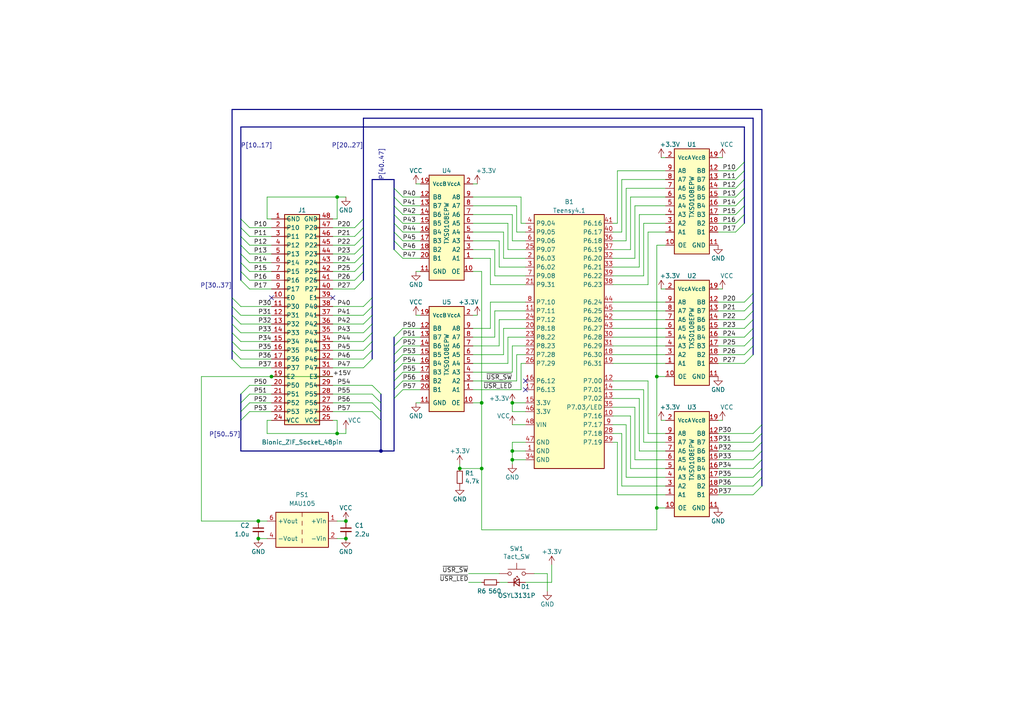
<source format=kicad_sch>
(kicad_sch (version 20230121) (generator eeschema)
  (paper "A4")
  (title_block (title "BionicBase Teensy 4.1 (SMD)") (date "2023-11-26") (rev "5") (company "Tadashi G. Takaoka"))
  (lib_symbols
    (symbol "+3.3V_1" (power) (pin_names (offset 0))
      (property "Value" "+3.3V_1" (at 0 3.556 0))
      (symbol "+3.3V_1_0_1"
        (polyline (pts (xy -0.762 1.27) (xy 0 2.54)))
        (polyline (pts (xy 0 0) (xy 0 2.54)))
        (polyline (pts (xy 0 2.54) (xy 0.762 1.27)))
      )
      (symbol "+3.3V_1_1_1"
        (pin power_in line (at 0 0 90) (length 0) hide (name "+3.3V") (number "1"))
      )
    )
    (symbol "0-LocalLibrary:Bionic_ZIF_Socket_48pin"
      (property "Reference" "J" (at 3.81 30.48 0))
      (property "Value" "Bionic_ZIF_Socket_48pin" (at 3.81 -33.02 0))
      (symbol "Bionic_ZIF_Socket_48pin_1_1"
        (rectangle (start -1.27 -30.353) (end 0 -30.607) (stroke (width 0.1524)))
        (rectangle (start -1.27 -27.813) (end 0 -28.067) (stroke (width 0.1524)))
        (rectangle (start -1.27 -25.273) (end 0 -25.527) (stroke (width 0.1524)))
        (rectangle (start -1.27 -22.733) (end 0 -22.987) (stroke (width 0.1524)))
        (rectangle (start -1.27 -20.193) (end 0 -20.447) (stroke (width 0.1524)))
        (rectangle (start -1.27 -17.653) (end 0 -17.907) (stroke (width 0.1524)))
        (rectangle (start -1.27 -15.113) (end 0 -15.367) (stroke (width 0.1524)))
        (rectangle (start -1.27 -12.573) (end 0 -12.827) (stroke (width 0.1524)))
        (rectangle (start -1.27 -10.033) (end 0 -10.287) (stroke (width 0.1524)))
        (rectangle (start -1.27 -7.493) (end 0 -7.747) (stroke (width 0.1524)))
        (rectangle (start -1.27 -4.953) (end 0 -5.207) (stroke (width 0.1524)))
        (rectangle (start -1.27 -2.413) (end 0 -2.667) (stroke (width 0.1524)))
        (rectangle (start -1.27 0.127) (end 0 -0.127) (stroke (width 0.1524)))
        (rectangle (start -1.27 2.667) (end 0 2.413) (stroke (width 0.1524)))
        (rectangle (start -1.27 5.207) (end 0 4.953) (stroke (width 0.1524)))
        (rectangle (start -1.27 7.747) (end 0 7.493) (stroke (width 0.1524)))
        (rectangle (start -1.27 10.287) (end 0 10.033) (stroke (width 0.1524)))
        (rectangle (start -1.27 12.827) (end 0 12.573) (stroke (width 0.1524)))
        (rectangle (start -1.27 15.367) (end 0 15.113) (stroke (width 0.1524)))
        (rectangle (start -1.27 17.907) (end 0 17.653) (stroke (width 0.1524)))
        (rectangle (start -1.27 20.447) (end 0 20.193) (stroke (width 0.1524)))
        (rectangle (start -1.27 22.987) (end 0 22.733) (stroke (width 0.1524)))
        (rectangle (start -1.27 25.527) (end 0 25.273) (stroke (width 0.1524)))
        (rectangle (start -1.27 28.067) (end 0 27.813) (stroke (width 0.1524)))
        (rectangle (start -1.27 29.21) (end 8.89 -31.75) (stroke (width 0.254)) (fill (type background)))
        (rectangle (start 8.89 -30.353) (end 7.62 -30.607) (stroke (width 0.1524)))
        (rectangle (start 8.89 -27.813) (end 7.62 -28.067) (stroke (width 0.1524)))
        (rectangle (start 8.89 -25.273) (end 7.62 -25.527) (stroke (width 0.1524)))
        (rectangle (start 8.89 -22.733) (end 7.62 -22.987) (stroke (width 0.1524)))
        (rectangle (start 8.89 -20.193) (end 7.62 -20.447) (stroke (width 0.1524)))
        (rectangle (start 8.89 -17.653) (end 7.62 -17.907) (stroke (width 0.1524)))
        (rectangle (start 8.89 -15.113) (end 7.62 -15.367) (stroke (width 0.1524)))
        (rectangle (start 8.89 -12.573) (end 7.62 -12.827) (stroke (width 0.1524)))
        (rectangle (start 8.89 -10.033) (end 7.62 -10.287) (stroke (width 0.1524)))
        (rectangle (start 8.89 -7.493) (end 7.62 -7.747) (stroke (width 0.1524)))
        (rectangle (start 8.89 -4.953) (end 7.62 -5.207) (stroke (width 0.1524)))
        (rectangle (start 8.89 -2.413) (end 7.62 -2.667) (stroke (width 0.1524)))
        (rectangle (start 8.89 0.127) (end 7.62 -0.127) (stroke (width 0.1524)))
        (rectangle (start 8.89 2.667) (end 7.62 2.413) (stroke (width 0.1524)))
        (rectangle (start 8.89 5.207) (end 7.62 4.953) (stroke (width 0.1524)))
        (rectangle (start 8.89 7.747) (end 7.62 7.493) (stroke (width 0.1524)))
        (rectangle (start 8.89 10.287) (end 7.62 10.033) (stroke (width 0.1524)))
        (rectangle (start 8.89 12.827) (end 7.62 12.573) (stroke (width 0.1524)))
        (rectangle (start 8.89 15.367) (end 7.62 15.113) (stroke (width 0.1524)))
        (rectangle (start 8.89 17.907) (end 7.62 17.653) (stroke (width 0.1524)))
        (rectangle (start 8.89 20.447) (end 7.62 20.193) (stroke (width 0.1524)))
        (rectangle (start 8.89 22.987) (end 7.62 22.733) (stroke (width 0.1524)))
        (rectangle (start 8.89 25.527) (end 7.62 25.273) (stroke (width 0.1524)))
        (rectangle (start 8.89 28.067) (end 7.62 27.813) (stroke (width 0.1524)))
        (pin passive line (at -5.08 27.94 0) (length 3.81) (name "GND") (number "1"))
        (pin passive line (at -5.08 5.08 0) (length 3.81) (name "E0") (number "10"))
        (pin passive line (at -5.08 2.54 0) (length 3.81) (name "P30") (number "11"))
        (pin passive line (at -5.08 0 0) (length 3.81) (name "P31") (number "12"))
        (pin passive line (at -5.08 -2.54 0) (length 3.81) (name "P32") (number "13"))
        (pin passive line (at -5.08 -5.08 0) (length 3.81) (name "P33") (number "14"))
        (pin passive line (at -5.08 -7.62 0) (length 3.81) (name "P34") (number "15"))
        (pin passive line (at -5.08 -10.16 0) (length 3.81) (name "P35") (number "16"))
        (pin passive line (at -5.08 -12.7 0) (length 3.81) (name "P36") (number "17"))
        (pin passive line (at -5.08 -15.24 0) (length 3.81) (name "P37") (number "18"))
        (pin passive line (at -5.08 -17.78 0) (length 3.81) (name "E2") (number "19"))
        (pin passive line (at -5.08 25.4 0) (length 3.81) (name "P10") (number "2"))
        (pin passive line (at -5.08 -20.32 0) (length 3.81) (name "P50") (number "20"))
        (pin passive line (at -5.08 -22.86 0) (length 3.81) (name "P51") (number "21"))
        (pin passive line (at -5.08 -25.4 0) (length 3.81) (name "P52") (number "22"))
        (pin passive line (at -5.08 -27.94 0) (length 3.81) (name "P53") (number "23"))
        (pin passive line (at -5.08 -30.48 0) (length 3.81) (name "VCC") (number "24"))
        (pin passive line (at 12.7 -30.48 180) (length 3.81) (name "VCC") (number "25"))
        (pin passive line (at 12.7 -27.94 180) (length 3.81) (name "P57") (number "26"))
        (pin passive line (at 12.7 -25.4 180) (length 3.81) (name "P56") (number "27"))
        (pin passive line (at 12.7 -22.86 180) (length 3.81) (name "P55") (number "28"))
        (pin passive line (at 12.7 -20.32 180) (length 3.81) (name "P54") (number "29"))
        (pin passive line (at -5.08 22.86 0) (length 3.81) (name "P11") (number "3"))
        (pin passive line (at 12.7 -17.78 180) (length 3.81) (name "E3") (number "30"))
        (pin passive line (at 12.7 -15.24 180) (length 3.81) (name "P47") (number "31"))
        (pin passive line (at 12.7 -12.7 180) (length 3.81) (name "P46") (number "32"))
        (pin passive line (at 12.7 -10.16 180) (length 3.81) (name "P45") (number "33"))
        (pin passive line (at 12.7 -7.62 180) (length 3.81) (name "P44") (number "34"))
        (pin passive line (at 12.7 -5.08 180) (length 3.81) (name "P43") (number "35"))
        (pin passive line (at 12.7 -2.54 180) (length 3.81) (name "P42") (number "36"))
        (pin passive line (at 12.7 0 180) (length 3.81) (name "P41") (number "37"))
        (pin passive line (at 12.7 2.54 180) (length 3.81) (name "P40") (number "38"))
        (pin passive line (at 12.7 5.08 180) (length 3.81) (name "E1") (number "39"))
        (pin passive line (at -5.08 20.32 0) (length 3.81) (name "P12") (number "4"))
        (pin passive line (at 12.7 7.62 180) (length 3.81) (name "P27") (number "40"))
        (pin passive line (at 12.7 10.16 180) (length 3.81) (name "P26") (number "41"))
        (pin passive line (at 12.7 12.7 180) (length 3.81) (name "P25") (number "42"))
        (pin passive line (at 12.7 15.24 180) (length 3.81) (name "P24") (number "43"))
        (pin passive line (at 12.7 17.78 180) (length 3.81) (name "P23") (number "44"))
        (pin passive line (at 12.7 20.32 180) (length 3.81) (name "P22") (number "45"))
        (pin passive line (at 12.7 22.86 180) (length 3.81) (name "P21") (number "46"))
        (pin passive line (at 12.7 25.4 180) (length 3.81) (name "P20") (number "47"))
        (pin passive line (at 12.7 27.94 180) (length 3.81) (name "GND") (number "48"))
        (pin passive line (at -5.08 17.78 0) (length 3.81) (name "P13") (number "5"))
        (pin passive line (at -5.08 15.24 0) (length 3.81) (name "P14") (number "6"))
        (pin passive line (at -5.08 12.7 0) (length 3.81) (name "P15") (number "7"))
        (pin passive line (at -5.08 10.16 0) (length 3.81) (name "P16") (number "8"))
        (pin passive line (at -5.08 7.62 0) (length 3.81) (name "P17") (number "9"))
      )
    )
    (symbol "0-LocalLibrary:MAU105"
      (property "Reference" "PS" (at -7.62 6.35 0))
      (property "Value" "MAU105" (at 1.27 6.35 0))
      (symbol "MAU105_0_0"
        (pin power_in line (at -10.16 2.54 0) (length 2.54) (name "+Vin") (number "1"))
        (pin power_in line (at -10.16 -2.54 0) (length 2.54) (name "-Vin") (number "2"))
        (pin passive line (at 10.16 -2.54 180) (length 2.54) (name "-Vout") (number "4"))
        (pin power_out line (at 10.16 2.54 180) (length 2.54) (name "+Vout") (number "6"))
      )
      (symbol "MAU105_0_1"
        (rectangle (start -7.62 5.08) (end 7.62 -5.08) (stroke (width 0.254)) (fill (type background)))
        (polyline (pts (xy 0 -2.54) (xy 0 -3.81)))
        (polyline (pts (xy 0 0) (xy 0 -1.27)))
        (polyline (pts (xy 0 2.54) (xy 0 1.27)))
        (polyline (pts (xy 0 5.08) (xy 0 3.81)))
      )
    )
    (symbol "0-LocalLibrary:TXS0108EPW" (pin_names (offset 1.016))
      (property "Reference" "U" (at 0 15.24 0))
      (property "Value" "TXS0108EPW" (at 0 0 90))
      (symbol "TXS0108EPW_1_0"
        (pin bidirectional line (at -7.62 -10.16 0) (length 2.54) (name "A1") (number "1"))
        (pin input line (at -7.62 -13.97 0) (length 2.54) (name "OE") (number "10"))
        (pin power_in line (at 7.62 -13.97 180) (length 2.54) (name "GND") (number "11"))
        (pin bidirectional line (at 7.62 7.62 180) (length 2.54) (name "B8") (number "12"))
        (pin bidirectional line (at 7.62 5.08 180) (length 2.54) (name "B7") (number "13"))
        (pin bidirectional line (at 7.62 2.54 180) (length 2.54) (name "B6") (number "14"))
        (pin bidirectional line (at 7.62 0 180) (length 2.54) (name "B5") (number "15"))
        (pin bidirectional line (at 7.62 -2.54 180) (length 2.54) (name "B4") (number "16"))
        (pin bidirectional line (at 7.62 -5.08 180) (length 2.54) (name "B3") (number "17"))
        (pin bidirectional line (at 7.62 -7.62 180) (length 2.54) (name "B2") (number "18"))
        (pin power_in line (at 7.62 11.43 180) (length 2.54) (name "VccB") (number "19"))
        (pin bidirectional line (at 7.62 -10.16 180) (length 2.54) (name "B1") (number "20"))
        (pin bidirectional line (at -7.62 -7.62 0) (length 2.54) (name "A2") (number "3"))
        (pin bidirectional line (at -7.62 -5.08 0) (length 2.54) (name "A3") (number "4"))
        (pin bidirectional line (at -7.62 -2.54 0) (length 2.54) (name "A4") (number "5"))
        (pin bidirectional line (at -7.62 0 0) (length 2.54) (name "A5") (number "6"))
        (pin bidirectional line (at -7.62 2.54 0) (length 2.54) (name "A6") (number "7"))
        (pin bidirectional line (at -7.62 5.08 0) (length 2.54) (name "A7") (number "8"))
        (pin bidirectional line (at -7.62 7.62 0) (length 2.54) (name "A8") (number "9"))
      )
      (symbol "TXS0108EPW_1_1"
        (rectangle (start 5.08 13.97) (end -5.08 -16.51) (stroke (width 0.254)) (fill (type background)))
        (pin power_in line (at -7.62 11.43 0) (length 2.54) (name "VccA") (number "2"))
      )
    )
    (symbol "0-LocalLibrary:Tact_SW" (pin_numbers hide) (pin_names (offset 1.016) hide)
      (property "Reference" "SW" (at 1.27 2.54 0))
      (property "Value" "Tact_SW" (at 0 -1.524 0))
      (symbol "Tact_SW_0_1"
        (circle (center -2.032 0) (radius 0.508))
        (polyline (pts (xy 0 1.27) (xy 0 3.048)))
        (polyline (pts (xy 2.54 1.27) (xy -2.54 1.27)))
        (circle (center 2.032 0) (radius 0.508))
        (pin passive line (at -5.08 0 0) (length 2.54) (name "1") (number "1"))
        (pin passive line (at 5.08 0 180) (length 2.54) (name "2") (number "2"))
      )
    )
    (symbol "0-LocalLibrary:Teensy4.1"
      (property "Reference" "B" (at -1.27 30.48 0))
      (property "Value" "Teensy4.1" (at -1.27 -8.89 90))
      (symbol "Teensy4.1_0_0"
        (pin power_in line (at -12.7 -24.13 0) (length 2.54) (name "3.3V") (number "15"))
        (pin bidirectional line (at -12.7 20.32 0) (length 2.54) (name "P9.07") (number "25"))
        (pin power_in line (at -12.7 -35.56 0) (length 2.54) (name "GND") (number "47"))
      )
      (symbol "Teensy4.1_0_1"
        (rectangle (start -10.16 -43.18) (end 10.16 30.48) (stroke (width 0.254)) (fill (type background)))
      )
      (symbol "Teensy4.1_1_1"
        (pin power_out line (at -12.7 -38.1 0) (length 2.54) (name "GND") (number "1"))
        (pin bidirectional line (at 12.7 -27.94 180) (length 2.54) (name "P7.16") (number "10"))
        (pin bidirectional line (at -12.7 2.54 0) (length 2.54) (name "P7.11") (number "11"))
        (pin bidirectional line (at 12.7 -17.78 180) (length 2.54) (name "P7.00") (number "12"))
        (pin bidirectional line (at 12.7 -22.86 180) (length 2.54) (name "P7.02") (number "13"))
        (pin bidirectional line (at 12.7 -20.32 180) (length 2.54) (name "P7.01") (number "14"))
        (pin bidirectional line (at -12.7 -17.78 0) (length 2.54) (name "P6.12") (number "16"))
        (pin bidirectional line (at -12.7 -20.32 0) (length 2.54) (name "P6.13") (number "17"))
        (pin bidirectional line (at 12.7 -10.16 180) (length 2.54) (name "P6.30") (number "18"))
        (pin bidirectional line (at 12.7 -12.7 180) (length 2.54) (name "P6.31") (number "19"))
        (pin bidirectional line (at -12.7 17.78 0) (length 2.54) (name "P6.03") (number "2"))
        (pin bidirectional line (at -12.7 -2.54 0) (length 2.54) (name "P8.18") (number "20"))
        (pin bidirectional line (at -12.7 10.16 0) (length 2.54) (name "P9.31") (number "21"))
        (pin bidirectional line (at -12.7 -7.62 0) (length 2.54) (name "P8.23") (number "22"))
        (pin bidirectional line (at -12.7 -5.08 0) (length 2.54) (name "P8.22") (number "23"))
        (pin bidirectional line (at -12.7 0 0) (length 2.54) (name "P7.12") (number "24"))
        (pin bidirectional line (at -12.7 -12.7 0) (length 2.54) (name "P7.29") (number "26"))
        (pin bidirectional line (at -12.7 -10.16 0) (length 2.54) (name "P7.28") (number "27"))
        (pin bidirectional line (at 12.7 -33.02 180) (length 2.54) (name "P7.18") (number "28"))
        (pin bidirectional line (at 12.7 -35.56 180) (length 2.54) (name "P7.19") (number "29"))
        (pin bidirectional line (at -12.7 15.24 0) (length 2.54) (name "P6.02") (number "3"))
        (pin bidirectional line (at 12.7 -5.08 180) (length 2.54) (name "P6.28") (number "30"))
        (pin bidirectional line (at 12.7 -7.62 180) (length 2.54) (name "P6.29") (number "31"))
        (pin bidirectional line (at 12.7 17.78 180) (length 2.54) (name "P6.20") (number "32"))
        (pin bidirectional line (at 12.7 15.24 180) (length 2.54) (name "P6.21") (number "33"))
        (pin power_in line (at -12.7 -40.64 0) (length 2.54) (name "GND") (number "34"))
        (pin bidirectional line (at 12.7 -25.4 180) (length 2.54) (name "P7.03/LED") (number "35"))
        (pin bidirectional line (at 12.7 22.86 180) (length 2.54) (name "P6.18") (number "36"))
        (pin bidirectional line (at 12.7 20.32 180) (length 2.54) (name "P6.19") (number "37"))
        (pin bidirectional line (at 12.7 10.16 180) (length 2.54) (name "P6.23") (number "38"))
        (pin bidirectional line (at 12.7 12.7 180) (length 2.54) (name "P6.22") (number "39"))
        (pin bidirectional line (at -12.7 27.94 0) (length 2.54) (name "P9.04") (number "4"))
        (pin bidirectional line (at 12.7 25.4 180) (length 2.54) (name "P6.17") (number "40"))
        (pin bidirectional line (at 12.7 27.94 180) (length 2.54) (name "P6.16") (number "41"))
        (pin bidirectional line (at 12.7 0 180) (length 2.54) (name "P6.26") (number "42"))
        (pin bidirectional line (at 12.7 -2.54 180) (length 2.54) (name "P6.27") (number "43"))
        (pin bidirectional line (at 12.7 5.08 180) (length 2.54) (name "P6.24") (number "44"))
        (pin bidirectional line (at 12.7 2.54 180) (length 2.54) (name "P6.25") (number "45"))
        (pin power_out line (at -12.7 -26.67 0) (length 2.54) (name "3.3V") (number "46"))
        (pin power_out line (at -12.7 -30.48 0) (length 2.54) (name "VIN") (number "48"))
        (pin bidirectional line (at -12.7 25.4 0) (length 2.54) (name "P9.05") (number "5"))
        (pin bidirectional line (at -12.7 22.86 0) (length 2.54) (name "P9.06") (number "6"))
        (pin bidirectional line (at -12.7 12.7 0) (length 2.54) (name "P9.08") (number "7"))
        (pin bidirectional line (at -12.7 5.08 0) (length 2.54) (name "P7.10") (number "8"))
        (pin bidirectional line (at 12.7 -30.48 180) (length 2.54) (name "P7.17") (number "9"))
      )
    )
    (symbol "Device:C_Small" (pin_numbers hide) (pin_names (offset 0.254) hide)
      (property "Reference" "C" (at 0.254 1.778 0))
      (property "Value" "C_Small" (at 0.254 -2.032 0))
      (symbol "C_Small_0_1"
        (polyline (pts (xy -1.524 -0.508) (xy 1.524 -0.508)) (stroke (width 0.3302)))
        (polyline (pts (xy -1.524 0.508) (xy 1.524 0.508)) (stroke (width 0.3048)))
      )
      (symbol "C_Small_1_1"
        (pin passive line (at 0 2.54 270) (length 2.032) (name "~") (number "1"))
        (pin passive line (at 0 -2.54 90) (length 2.032) (name "~") (number "2"))
      )
    )
    (symbol "Device:LED_Small" (pin_numbers hide) (pin_names (offset 0.254) hide)
      (property "Reference" "D" (at -1.27 3.175 0))
      (property "Value" "LED_Small" (at -4.445 -2.54 0))
      (symbol "LED_Small_0_1"
        (polyline (pts (xy -0.762 -1.016) (xy -0.762 1.016)) (stroke (width 0.254)))
        (polyline (pts (xy 1.016 0) (xy -0.762 0)))
        (polyline (pts (xy 0.762 -1.016) (xy -0.762 0) (xy 0.762 1.016) (xy 0.762 -1.016)) (stroke (width 0.254)))
        (polyline (pts (xy 0 0.762) (xy -0.508 1.27) (xy -0.254 1.27) (xy -0.508 1.27) (xy -0.508 1.016)))
        (polyline (pts (xy 0.508 1.27) (xy 0 1.778) (xy 0.254 1.778) (xy 0 1.778) (xy 0 1.524)))
      )
      (symbol "LED_Small_1_1"
        (pin passive line (at -2.54 0 0) (length 1.778) (name "K") (number "1"))
        (pin passive line (at 2.54 0 180) (length 1.778) (name "A") (number "2"))
      )
    )
    (symbol "Device:R_Small" (pin_numbers hide) (pin_names (offset 0.254) hide)
      (property "Reference" "R" (at 0.762 0.508 0))
      (property "Value" "R_Small" (at 0.762 -1.016 0))
      (symbol "R_Small_0_1"
        (rectangle (start -0.762 1.778) (end 0.762 -1.778) (stroke (width 0.2032)))
      )
      (symbol "R_Small_1_1"
        (pin passive line (at 0 2.54 270) (length 0.762) (name "~") (number "1"))
        (pin passive line (at 0 -2.54 90) (length 0.762) (name "~") (number "2"))
      )
    )
    (symbol "GND_1" (power) (pin_names (offset 0))
      (property "Value" "GND_1" (at 0 -3.81 0))
      (symbol "GND_1_0_1"
        (polyline (pts (xy 0 0) (xy 0 -1.27) (xy 1.27 -1.27) (xy 0 -2.54) (xy -1.27 -1.27) (xy 0 -1.27)))
      )
      (symbol "GND_1_1_1"
        (pin power_in line (at 0 0 270) (length 0) hide (name "GND") (number "1"))
      )
    )
    (symbol "VCC_1" (power) (pin_names (offset 0))
      (property "Value" "VCC_1" (at 0 3.81 0))
      (symbol "VCC_1_0_1"
        (polyline (pts (xy -0.762 1.27) (xy 0 2.54)))
        (polyline (pts (xy 0 0) (xy 0 2.54)))
        (polyline (pts (xy 0 2.54) (xy 0.762 1.27)))
      )
      (symbol "VCC_1_1_1"
        (pin power_in line (at 0 0 90) (length 0) hide (name "VCC") (number "1"))
      )
    )
  )
  (junction (at 139.7 135.89))
  (junction (at 97.79 125.73))
  (junction (at 148.59 116.84))
  (junction (at 139.7 116.84))
  (junction (at 100.33 151.13))
  (junction (at 78.74 109.22))
  (junction (at 74.93 156.21))
  (junction (at 133.35 135.89))
  (junction (at 148.59 133.35))
  (junction (at 97.79 57.15))
  (junction (at 100.33 156.21))
  (junction (at 74.93 151.13))
  (junction (at 148.59 130.81))
  (junction (at 190.5 109.22))
  (junction (at 110.49 130.81))
  (junction (at 190.5 147.32))
  (no_connect (at 96.52 86.36))
  (no_connect (at 78.74 86.36))
  (no_connect (at 152.4 110.49))
  (no_connect (at 152.4 113.03))
  (bus_entry (at 105.41 78.74) (size -2.54 2.54))
  (bus_entry (at 215.9 57.15) (size -2.54 2.54))
  (bus_entry (at 107.95 104.14) (size -2.54 2.54))
  (bus_entry (at 114.3 54.61) (size 2.54 2.54))
  (bus_entry (at 69.85 68.58) (size 2.54 2.54))
  (bus_entry (at 220.98 123.19) (size -2.54 2.54))
  (bus_entry (at 114.3 62.23) (size 2.54 2.54))
  (bus_entry (at 218.44 92.71) (size -2.54 2.54))
  (bus_entry (at 69.85 76.2) (size 2.54 2.54))
  (bus_entry (at 215.9 59.69) (size -2.54 2.54))
  (bus_entry (at 110.49 114.3) (size -2.54 -2.54))
  (bus_entry (at 105.41 76.2) (size -2.54 2.54))
  (bus_entry (at 107.95 86.36) (size -2.54 2.54))
  (bus_entry (at 215.9 54.61) (size -2.54 2.54))
  (bus_entry (at 114.3 57.15) (size 2.54 2.54))
  (bus_entry (at 107.95 101.6) (size -2.54 2.54))
  (bus_entry (at 69.85 121.92) (size 2.54 -2.54))
  (bus_entry (at 218.44 95.25) (size -2.54 2.54))
  (bus_entry (at 69.85 66.04) (size 2.54 2.54))
  (bus_entry (at 220.98 135.89) (size -2.54 2.54))
  (bus_entry (at 220.98 140.97) (size -2.54 2.54))
  (bus_entry (at 110.49 121.92) (size -2.54 -2.54))
  (bus_entry (at 215.9 52.07) (size -2.54 2.54))
  (bus_entry (at 110.49 119.38) (size -2.54 -2.54))
  (bus_entry (at 69.85 116.84) (size 2.54 -2.54))
  (bus_entry (at 105.41 66.04) (size -2.54 2.54))
  (bus_entry (at 105.41 68.58) (size -2.54 2.54))
  (bus_entry (at 114.3 100.33) (size 2.54 -2.54))
  (bus_entry (at 215.9 46.99) (size -2.54 2.54))
  (bus_entry (at 69.85 78.74) (size 2.54 2.54))
  (bus_entry (at 220.98 130.81) (size -2.54 2.54))
  (bus_entry (at 69.85 63.5) (size 2.54 2.54))
  (bus_entry (at 114.3 107.95) (size 2.54 -2.54))
  (bus_entry (at 107.95 88.9) (size -2.54 2.54))
  (bus_entry (at 218.44 90.17) (size -2.54 2.54))
  (bus_entry (at 220.98 128.27) (size -2.54 2.54))
  (bus_entry (at 220.98 125.73) (size -2.54 2.54))
  (bus_entry (at 114.3 97.79) (size 2.54 -2.54))
  (bus_entry (at 107.95 99.06) (size -2.54 2.54))
  (bus_entry (at 67.31 93.98) (size 2.54 2.54))
  (bus_entry (at 114.3 72.39) (size 2.54 2.54))
  (bus_entry (at 69.85 114.3) (size 2.54 -2.54))
  (bus_entry (at 69.85 119.38) (size 2.54 -2.54))
  (bus_entry (at 114.3 59.69) (size 2.54 2.54))
  (bus_entry (at 220.98 138.43) (size -2.54 2.54))
  (bus_entry (at 215.9 49.53) (size -2.54 2.54))
  (bus_entry (at 67.31 104.14) (size 2.54 2.54))
  (bus_entry (at 67.31 86.36) (size 2.54 2.54))
  (bus_entry (at 218.44 102.87) (size -2.54 2.54))
  (bus_entry (at 114.3 113.03) (size 2.54 -2.54))
  (bus_entry (at 110.49 116.84) (size -2.54 -2.54))
  (bus_entry (at 107.95 96.52) (size -2.54 2.54))
  (bus_entry (at 105.41 73.66) (size -2.54 2.54))
  (bus_entry (at 67.31 96.52) (size 2.54 2.54))
  (bus_entry (at 218.44 100.33) (size -2.54 2.54))
  (bus_entry (at 114.3 115.57) (size 2.54 -2.54))
  (bus_entry (at 114.3 102.87) (size 2.54 -2.54))
  (bus_entry (at 220.98 133.35) (size -2.54 2.54))
  (bus_entry (at 114.3 64.77) (size 2.54 2.54))
  (bus_entry (at 114.3 105.41) (size 2.54 -2.54))
  (bus_entry (at 105.41 81.28) (size -2.54 2.54))
  (bus_entry (at 105.41 71.12) (size -2.54 2.54))
  (bus_entry (at 114.3 69.85) (size 2.54 2.54))
  (bus_entry (at 69.85 71.12) (size 2.54 2.54))
  (bus_entry (at 67.31 88.9) (size 2.54 2.54))
  (bus_entry (at 105.41 63.5) (size -2.54 2.54))
  (bus_entry (at 215.9 62.23) (size -2.54 2.54))
  (bus_entry (at 67.31 91.44) (size 2.54 2.54))
  (bus_entry (at 107.95 91.44) (size -2.54 2.54))
  (bus_entry (at 218.44 97.79) (size -2.54 2.54))
  (bus_entry (at 69.85 81.28) (size 2.54 2.54))
  (bus_entry (at 218.44 87.63) (size -2.54 2.54))
  (bus_entry (at 67.31 101.6) (size 2.54 2.54))
  (bus_entry (at 218.44 85.09) (size -2.54 2.54))
  (bus_entry (at 215.9 64.77) (size -2.54 2.54))
  (bus_entry (at 107.95 93.98) (size -2.54 2.54))
  (bus_entry (at 114.3 110.49) (size 2.54 -2.54))
  (bus_entry (at 69.85 73.66) (size 2.54 2.54))
  (bus_entry (at 67.31 99.06) (size 2.54 2.54))
  (bus_entry (at 114.3 67.31) (size 2.54 2.54))
  (wire (pts (xy 181.61 54.61) (xy 193.04 54.61)))
  (wire (pts (xy 96.52 104.14) (xy 105.41 104.14)))
  (wire (pts (xy 121.92 57.15) (xy 116.84 57.15)))
  (wire (pts (xy 133.35 135.89) (xy 139.7 135.89)))
  (wire (pts (xy 182.88 57.15) (xy 193.04 57.15)))
  (wire (pts (xy 96.52 68.58) (xy 102.87 68.58)))
  (bus (pts (xy 67.31 88.9) (xy 67.31 91.44)))
  (bus (pts (xy 215.9 46.99) (xy 215.9 49.53)))
  (bus (pts (xy 69.85 116.84) (xy 69.85 119.38)))
  (wire (pts (xy 152.4 128.27) (xy 148.59 128.27)))
  (wire (pts (xy 184.15 59.69) (xy 184.15 74.93)))
  (wire (pts (xy 78.74 81.28) (xy 72.39 81.28)))
  (wire (pts (xy 158.75 166.37) (xy 158.75 171.45)))
  (wire (pts (xy 96.52 63.5) (xy 97.79 63.5)))
  (bus (pts (xy 105.41 71.12) (xy 105.41 73.66)))
  (wire (pts (xy 181.61 69.85) (xy 181.61 54.61)))
  (wire (pts (xy 77.47 121.92) (xy 77.47 125.73)))
  (wire (pts (xy 121.92 91.44) (xy 120.65 91.44)))
  (wire (pts (xy 121.92 110.49) (xy 116.84 110.49)))
  (wire (pts (xy 177.8 80.01) (xy 186.69 80.01)))
  (wire (pts (xy 121.92 113.03) (xy 116.84 113.03)))
  (wire (pts (xy 148.59 69.85) (xy 148.59 62.23)))
  (wire (pts (xy 177.8 67.31) (xy 180.34 67.31)))
  (wire (pts (xy 72.39 78.74) (xy 78.74 78.74)))
  (wire (pts (xy 193.04 52.07) (xy 180.34 52.07)))
  (wire (pts (xy 137.16 97.79) (xy 143.51 97.79)))
  (bus (pts (xy 107.95 101.6) (xy 107.95 104.14)))
  (bus (pts (xy 220.98 128.27) (xy 220.98 130.81)))
  (wire (pts (xy 149.86 110.49) (xy 149.86 102.87)))
  (bus (pts (xy 67.31 93.98) (xy 67.31 96.52)))
  (wire (pts (xy 213.36 64.77) (xy 208.28 64.77)))
  (wire (pts (xy 177.8 118.11) (xy 184.15 118.11)))
  (wire (pts (xy 96.52 88.9) (xy 105.41 88.9)))
  (bus (pts (xy 67.31 101.6) (xy 67.31 104.14)))
  (wire (pts (xy 208.28 100.33) (xy 215.9 100.33)))
  (bus (pts (xy 105.41 76.2) (xy 105.41 78.74)))
  (bus (pts (xy 114.3 115.57) (xy 114.3 130.81)))
  (bus (pts (xy 69.85 36.83) (xy 69.85 63.5)))
  (wire (pts (xy 177.8 64.77) (xy 179.07 64.77)))
  (bus (pts (xy 107.95 88.9) (xy 107.95 91.44)))
  (wire (pts (xy 177.8 128.27) (xy 179.07 128.27)))
  (wire (pts (xy 213.36 57.15) (xy 208.28 57.15)))
  (wire (pts (xy 208.28 90.17) (xy 215.9 90.17)))
  (wire (pts (xy 151.13 113.03) (xy 137.16 113.03)))
  (wire (pts (xy 69.85 101.6) (xy 78.74 101.6)))
  (wire (pts (xy 69.85 93.98) (xy 78.74 93.98)))
  (bus (pts (xy 69.85 63.5) (xy 69.85 66.04)))
  (bus (pts (xy 218.44 97.79) (xy 218.44 100.33)))
  (wire (pts (xy 138.43 91.44) (xy 137.16 91.44)))
  (wire (pts (xy 139.7 78.74) (xy 139.7 116.84)))
  (wire (pts (xy 151.13 105.41) (xy 151.13 113.03)))
  (bus (pts (xy 69.85 76.2) (xy 69.85 78.74)))
  (wire (pts (xy 177.8 113.03) (xy 186.69 113.03)))
  (wire (pts (xy 78.74 63.5) (xy 77.47 63.5)))
  (wire (pts (xy 78.74 76.2) (xy 72.39 76.2)))
  (bus (pts (xy 69.85 66.04) (xy 69.85 68.58)))
  (wire (pts (xy 190.5 109.22) (xy 190.5 147.32)))
  (wire (pts (xy 208.28 97.79) (xy 215.9 97.79)))
  (wire (pts (xy 184.15 118.11) (xy 184.15 133.35)))
  (wire (pts (xy 142.24 82.55) (xy 142.24 74.93)))
  (wire (pts (xy 190.5 147.32) (xy 190.5 153.67)))
  (bus (pts (xy 114.3 62.23) (xy 114.3 64.77)))
  (bus (pts (xy 105.41 34.29) (xy 105.41 63.5)))
  (wire (pts (xy 177.8 97.79) (xy 193.04 97.79)))
  (bus (pts (xy 67.31 91.44) (xy 67.31 93.98)))
  (wire (pts (xy 148.59 128.27) (xy 148.59 130.81)))
  (bus (pts (xy 69.85 78.74) (xy 69.85 81.28)))
  (wire (pts (xy 142.24 95.25) (xy 137.16 95.25)))
  (wire (pts (xy 139.7 116.84) (xy 139.7 135.89)))
  (wire (pts (xy 208.28 138.43) (xy 218.44 138.43)))
  (wire (pts (xy 208.28 87.63) (xy 215.9 87.63)))
  (bus (pts (xy 67.31 86.36) (xy 67.31 88.9)))
  (wire (pts (xy 185.42 77.47) (xy 185.42 62.23)))
  (wire (pts (xy 96.52 91.44) (xy 105.41 91.44)))
  (wire (pts (xy 152.4 77.47) (xy 144.78 77.47)))
  (wire (pts (xy 208.28 128.27) (xy 218.44 128.27)))
  (wire (pts (xy 149.86 59.69) (xy 149.86 67.31)))
  (bus (pts (xy 67.31 99.06) (xy 67.31 101.6)))
  (wire (pts (xy 121.92 116.84) (xy 120.65 116.84)))
  (wire (pts (xy 146.05 102.87) (xy 146.05 95.25)))
  (bus (pts (xy 215.9 36.83) (xy 215.9 46.99)))
  (wire (pts (xy 102.87 78.74) (xy 96.52 78.74)))
  (wire (pts (xy 185.42 130.81) (xy 185.42 115.57)))
  (wire (pts (xy 213.36 62.23) (xy 208.28 62.23)))
  (bus (pts (xy 110.49 121.92) (xy 110.49 130.81)))
  (wire (pts (xy 186.69 128.27) (xy 193.04 128.27)))
  (bus (pts (xy 218.44 85.09) (xy 218.44 87.63)))
  (wire (pts (xy 69.85 106.68) (xy 78.74 106.68)))
  (wire (pts (xy 96.52 93.98) (xy 105.41 93.98)))
  (wire (pts (xy 137.16 78.74) (xy 139.7 78.74)))
  (bus (pts (xy 220.98 123.19) (xy 220.98 125.73)))
  (wire (pts (xy 208.28 45.72) (xy 209.55 45.72)))
  (wire (pts (xy 121.92 95.25) (xy 116.84 95.25)))
  (wire (pts (xy 179.07 128.27) (xy 179.07 143.51)))
  (wire (pts (xy 193.04 140.97) (xy 180.34 140.97)))
  (wire (pts (xy 181.61 138.43) (xy 193.04 138.43)))
  (wire (pts (xy 152.4 130.81) (xy 148.59 130.81)))
  (wire (pts (xy 139.7 153.67) (xy 190.5 153.67)))
  (bus (pts (xy 110.49 119.38) (xy 110.49 121.92)))
  (wire (pts (xy 78.74 119.38) (xy 72.39 119.38)))
  (wire (pts (xy 116.84 62.23) (xy 121.92 62.23)))
  (bus (pts (xy 114.3 69.85) (xy 114.3 72.39)))
  (wire (pts (xy 107.95 111.76) (xy 96.52 111.76)))
  (bus (pts (xy 105.41 78.74) (xy 105.41 81.28)))
  (wire (pts (xy 107.95 119.38) (xy 96.52 119.38)))
  (wire (pts (xy 97.79 151.13) (xy 100.33 151.13)))
  (wire (pts (xy 208.28 135.89) (xy 218.44 135.89)))
  (bus (pts (xy 110.49 116.84) (xy 110.49 119.38)))
  (bus (pts (xy 215.9 59.69) (xy 215.9 62.23)))
  (wire (pts (xy 187.96 82.55) (xy 187.96 67.31)))
  (wire (pts (xy 142.24 87.63) (xy 142.24 95.25)))
  (wire (pts (xy 187.96 110.49) (xy 187.96 125.73)))
  (wire (pts (xy 137.16 110.49) (xy 149.86 110.49)))
  (bus (pts (xy 114.3 107.95) (xy 114.3 110.49)))
  (bus (pts (xy 69.85 68.58) (xy 69.85 71.12)))
  (wire (pts (xy 151.13 64.77) (xy 151.13 57.15)))
  (bus (pts (xy 218.44 100.33) (xy 218.44 102.87)))
  (wire (pts (xy 78.74 71.12) (xy 72.39 71.12)))
  (wire (pts (xy 180.34 140.97) (xy 180.34 125.73)))
  (wire (pts (xy 133.35 134.62) (xy 133.35 135.89)))
  (bus (pts (xy 107.95 93.98) (xy 107.95 96.52)))
  (wire (pts (xy 144.78 69.85) (xy 137.16 69.85)))
  (wire (pts (xy 152.4 90.17) (xy 143.51 90.17)))
  (bus (pts (xy 114.3 52.07) (xy 114.3 54.61)))
  (bus (pts (xy 114.3 105.41) (xy 114.3 107.95)))
  (wire (pts (xy 177.8 100.33) (xy 193.04 100.33)))
  (wire (pts (xy 177.8 125.73) (xy 180.34 125.73)))
  (bus (pts (xy 220.98 125.73) (xy 220.98 128.27)))
  (wire (pts (xy 190.5 71.12) (xy 190.5 109.22)))
  (wire (pts (xy 97.79 57.15) (xy 100.33 57.15)))
  (wire (pts (xy 193.04 135.89) (xy 182.88 135.89)))
  (wire (pts (xy 77.47 63.5) (xy 77.47 57.15)))
  (wire (pts (xy 152.4 168.91) (xy 160.02 168.91)))
  (wire (pts (xy 208.28 49.53) (xy 213.36 49.53)))
  (bus (pts (xy 67.31 96.52) (xy 67.31 99.06)))
  (wire (pts (xy 138.43 53.34) (xy 137.16 53.34)))
  (wire (pts (xy 177.8 87.63) (xy 193.04 87.63)))
  (wire (pts (xy 58.42 109.22) (xy 58.42 151.13)))
  (wire (pts (xy 69.85 96.52) (xy 78.74 96.52)))
  (wire (pts (xy 142.24 74.93) (xy 137.16 74.93)))
  (bus (pts (xy 220.98 133.35) (xy 220.98 135.89)))
  (wire (pts (xy 96.52 121.92) (xy 97.79 121.92)))
  (wire (pts (xy 144.78 92.71) (xy 144.78 100.33)))
  (bus (pts (xy 215.9 57.15) (xy 215.9 59.69)))
  (wire (pts (xy 144.78 100.33) (xy 137.16 100.33)))
  (wire (pts (xy 152.4 97.79) (xy 147.32 97.79)))
  (bus (pts (xy 114.3 59.69) (xy 114.3 62.23)))
  (bus (pts (xy 114.3 64.77) (xy 114.3 67.31)))
  (wire (pts (xy 116.84 72.39) (xy 121.92 72.39)))
  (wire (pts (xy 193.04 130.81) (xy 185.42 130.81)))
  (bus (pts (xy 215.9 54.61) (xy 215.9 57.15)))
  (bus (pts (xy 114.3 97.79) (xy 114.3 100.33)))
  (wire (pts (xy 152.4 67.31) (xy 149.86 67.31)))
  (wire (pts (xy 143.51 72.39) (xy 143.51 80.01)))
  (wire (pts (xy 147.32 72.39) (xy 147.32 64.77)))
  (wire (pts (xy 78.74 66.04) (xy 72.39 66.04)))
  (wire (pts (xy 97.79 125.73) (xy 97.79 121.92)))
  (bus (pts (xy 114.3 67.31) (xy 114.3 69.85)))
  (wire (pts (xy 137.16 67.31) (xy 146.05 67.31)))
  (wire (pts (xy 208.28 121.92) (xy 209.55 121.92)))
  (wire (pts (xy 152.4 74.93) (xy 146.05 74.93)))
  (wire (pts (xy 184.15 133.35) (xy 193.04 133.35)))
  (wire (pts (xy 69.85 88.9) (xy 78.74 88.9)))
  (bus (pts (xy 218.44 34.29) (xy 218.44 85.09)))
  (wire (pts (xy 144.78 168.91) (xy 147.32 168.91)))
  (wire (pts (xy 186.69 113.03) (xy 186.69 128.27)))
  (wire (pts (xy 78.74 109.22) (xy 96.52 109.22)))
  (wire (pts (xy 208.28 92.71) (xy 215.9 92.71)))
  (wire (pts (xy 96.52 99.06) (xy 105.41 99.06)))
  (wire (pts (xy 148.59 133.35) (xy 148.59 134.62)))
  (wire (pts (xy 116.84 69.85) (xy 121.92 69.85)))
  (bus (pts (xy 114.3 100.33) (xy 114.3 102.87)))
  (wire (pts (xy 72.39 111.76) (xy 78.74 111.76)))
  (wire (pts (xy 107.95 114.3) (xy 96.52 114.3)))
  (wire (pts (xy 74.93 156.21) (xy 77.47 156.21)))
  (wire (pts (xy 177.8 92.71) (xy 193.04 92.71)))
  (wire (pts (xy 137.16 59.69) (xy 149.86 59.69)))
  (wire (pts (xy 179.07 143.51) (xy 193.04 143.51)))
  (wire (pts (xy 177.8 115.57) (xy 185.42 115.57)))
  (wire (pts (xy 116.84 67.31) (xy 121.92 67.31)))
  (bus (pts (xy 220.98 138.43) (xy 220.98 140.97)))
  (wire (pts (xy 139.7 135.89) (xy 139.7 153.67)))
  (wire (pts (xy 69.85 104.14) (xy 78.74 104.14)))
  (wire (pts (xy 193.04 64.77) (xy 186.69 64.77)))
  (wire (pts (xy 147.32 97.79) (xy 147.32 105.41)))
  (bus (pts (xy 107.95 99.06) (xy 107.95 101.6)))
  (wire (pts (xy 121.92 105.41) (xy 116.84 105.41)))
  (bus (pts (xy 105.41 68.58) (xy 105.41 71.12)))
  (wire (pts (xy 72.39 73.66) (xy 78.74 73.66)))
  (bus (pts (xy 114.3 57.15) (xy 114.3 59.69)))
  (wire (pts (xy 97.79 57.15) (xy 97.79 63.5)))
  (bus (pts (xy 67.31 31.75) (xy 67.31 86.36)))
  (wire (pts (xy 148.59 119.38) (xy 152.4 119.38)))
  (wire (pts (xy 177.8 72.39) (xy 182.88 72.39)))
  (wire (pts (xy 148.59 133.35) (xy 152.4 133.35)))
  (wire (pts (xy 177.8 82.55) (xy 187.96 82.55)))
  (wire (pts (xy 74.93 151.13) (xy 77.47 151.13)))
  (wire (pts (xy 96.52 76.2) (xy 102.87 76.2)))
  (wire (pts (xy 121.92 78.74) (xy 120.65 78.74)))
  (wire (pts (xy 190.5 147.32) (xy 193.04 147.32)))
  (wire (pts (xy 77.47 125.73) (xy 97.79 125.73)))
  (wire (pts (xy 116.84 74.93) (xy 121.92 74.93)))
  (wire (pts (xy 78.74 68.58) (xy 72.39 68.58)))
  (bus (pts (xy 114.3 102.87) (xy 114.3 105.41)))
  (wire (pts (xy 137.16 116.84) (xy 139.7 116.84)))
  (bus (pts (xy 220.98 135.89) (xy 220.98 138.43)))
  (wire (pts (xy 77.47 121.92) (xy 78.74 121.92)))
  (wire (pts (xy 152.4 92.71) (xy 144.78 92.71)))
  (wire (pts (xy 191.77 121.92) (xy 193.04 121.92)))
  (wire (pts (xy 148.59 116.84) (xy 152.4 116.84)))
  (wire (pts (xy 144.78 77.47) (xy 144.78 69.85)))
  (wire (pts (xy 152.4 72.39) (xy 147.32 72.39)))
  (wire (pts (xy 182.88 135.89) (xy 182.88 120.65)))
  (wire (pts (xy 213.36 54.61) (xy 208.28 54.61)))
  (wire (pts (xy 208.28 130.81) (xy 218.44 130.81)))
  (wire (pts (xy 177.8 77.47) (xy 185.42 77.47)))
  (wire (pts (xy 147.32 64.77) (xy 137.16 64.77)))
  (wire (pts (xy 121.92 97.79) (xy 116.84 97.79)))
  (bus (pts (xy 114.3 130.81) (xy 110.49 130.81)))
  (bus (pts (xy 215.9 62.23) (xy 215.9 64.77)))
  (wire (pts (xy 102.87 73.66) (xy 96.52 73.66)))
  (bus (pts (xy 220.98 31.75) (xy 67.31 31.75)))
  (wire (pts (xy 213.36 52.07) (xy 208.28 52.07)))
  (wire (pts (xy 160.02 163.83) (xy 160.02 168.91)))
  (wire (pts (xy 179.07 64.77) (xy 179.07 49.53)))
  (wire (pts (xy 177.8 74.93) (xy 184.15 74.93)))
  (wire (pts (xy 190.5 71.12) (xy 193.04 71.12)))
  (wire (pts (xy 152.4 105.41) (xy 151.13 105.41)))
  (wire (pts (xy 191.77 83.82) (xy 193.04 83.82)))
  (wire (pts (xy 187.96 125.73) (xy 193.04 125.73)))
  (wire (pts (xy 152.4 100.33) (xy 148.59 100.33)))
  (bus (pts (xy 215.9 36.83) (xy 69.85 36.83)))
  (wire (pts (xy 148.59 130.81) (xy 148.59 133.35)))
  (bus (pts (xy 107.95 52.07) (xy 107.95 86.36)))
  (wire (pts (xy 191.77 45.72) (xy 193.04 45.72)))
  (wire (pts (xy 208.28 83.82) (xy 209.55 83.82)))
  (wire (pts (xy 208.28 143.51) (xy 218.44 143.51)))
  (wire (pts (xy 96.52 66.04) (xy 102.87 66.04)))
  (wire (pts (xy 147.32 105.41) (xy 137.16 105.41)))
  (bus (pts (xy 105.41 66.04) (xy 105.41 68.58)))
  (bus (pts (xy 105.41 73.66) (xy 105.41 76.2)))
  (bus (pts (xy 220.98 130.81) (xy 220.98 133.35)))
  (wire (pts (xy 177.8 90.17) (xy 193.04 90.17)))
  (wire (pts (xy 177.8 69.85) (xy 181.61 69.85)))
  (bus (pts (xy 218.44 34.29) (xy 105.41 34.29)))
  (wire (pts (xy 152.4 123.19) (xy 148.59 123.19)))
  (bus (pts (xy 105.41 63.5) (xy 105.41 66.04)))
  (wire (pts (xy 148.59 62.23) (xy 137.16 62.23)))
  (wire (pts (xy 121.92 53.34) (xy 120.65 53.34)))
  (wire (pts (xy 186.69 64.77) (xy 186.69 80.01)))
  (wire (pts (xy 179.07 49.53) (xy 193.04 49.53)))
  (wire (pts (xy 152.4 82.55) (xy 142.24 82.55)))
  (bus (pts (xy 69.85 119.38) (xy 69.85 121.92)))
  (wire (pts (xy 177.8 105.41) (xy 193.04 105.41)))
  (wire (pts (xy 78.74 109.22) (xy 58.42 109.22)))
  (wire (pts (xy 177.8 102.87) (xy 193.04 102.87)))
  (bus (pts (xy 114.3 113.03) (xy 114.3 115.57)))
  (bus (pts (xy 215.9 52.07) (xy 215.9 54.61)))
  (wire (pts (xy 213.36 59.69) (xy 208.28 59.69)))
  (bus (pts (xy 218.44 87.63) (xy 218.44 90.17)))
  (wire (pts (xy 116.84 64.77) (xy 121.92 64.77)))
  (wire (pts (xy 78.74 83.82) (xy 72.39 83.82)))
  (wire (pts (xy 96.52 83.82) (xy 102.87 83.82)))
  (wire (pts (xy 208.28 125.73) (xy 218.44 125.73)))
  (bus (pts (xy 69.85 73.66) (xy 69.85 76.2)))
  (wire (pts (xy 152.4 95.25) (xy 146.05 95.25)))
  (wire (pts (xy 208.28 140.97) (xy 218.44 140.97)))
  (wire (pts (xy 152.4 102.87) (xy 149.86 102.87)))
  (wire (pts (xy 77.47 57.15) (xy 97.79 57.15)))
  (bus (pts (xy 218.44 90.17) (xy 218.44 92.71)))
  (bus (pts (xy 69.85 121.92) (xy 69.85 130.81)))
  (wire (pts (xy 177.8 110.49) (xy 187.96 110.49)))
  (wire (pts (xy 213.36 67.31) (xy 208.28 67.31)))
  (bus (pts (xy 218.44 95.25) (xy 218.44 97.79)))
  (wire (pts (xy 69.85 99.06) (xy 78.74 99.06)))
  (wire (pts (xy 96.52 96.52) (xy 105.41 96.52)))
  (wire (pts (xy 180.34 52.07) (xy 180.34 67.31)))
  (bus (pts (xy 215.9 49.53) (xy 215.9 52.07)))
  (wire (pts (xy 151.13 57.15) (xy 137.16 57.15)))
  (wire (pts (xy 181.61 123.19) (xy 181.61 138.43)))
  (wire (pts (xy 96.52 101.6) (xy 105.41 101.6)))
  (wire (pts (xy 69.85 91.44) (xy 78.74 91.44)))
  (wire (pts (xy 137.16 72.39) (xy 143.51 72.39)))
  (bus (pts (xy 114.3 52.07) (xy 107.95 52.07)))
  (bus (pts (xy 107.95 86.36) (xy 107.95 88.9)))
  (bus (pts (xy 114.3 54.61) (xy 114.3 57.15)))
  (wire (pts (xy 137.16 102.87) (xy 146.05 102.87)))
  (wire (pts (xy 121.92 107.95) (xy 116.84 107.95)))
  (wire (pts (xy 152.4 80.01) (xy 143.51 80.01)))
  (wire (pts (xy 177.8 123.19) (xy 181.61 123.19)))
  (wire (pts (xy 208.28 133.35) (xy 218.44 133.35)))
  (bus (pts (xy 218.44 92.71) (xy 218.44 95.25)))
  (wire (pts (xy 121.92 102.87) (xy 116.84 102.87)))
  (wire (pts (xy 187.96 67.31) (xy 193.04 67.31)))
  (bus (pts (xy 110.49 130.81) (xy 69.85 130.81)))
  (wire (pts (xy 193.04 59.69) (xy 184.15 59.69)))
  (wire (pts (xy 96.52 106.68) (xy 105.41 106.68)))
  (wire (pts (xy 208.28 105.41) (xy 215.9 105.41)))
  (wire (pts (xy 182.88 72.39) (xy 182.88 57.15)))
  (wire (pts (xy 135.89 168.91) (xy 139.7 168.91)))
  (wire (pts (xy 100.33 125.73) (xy 97.79 125.73)))
  (bus (pts (xy 69.85 114.3) (xy 69.85 116.84)))
  (wire (pts (xy 116.84 59.69) (xy 121.92 59.69)))
  (wire (pts (xy 107.95 116.84) (xy 96.52 116.84)))
  (wire (pts (xy 208.28 102.87) (xy 215.9 102.87)))
  (bus (pts (xy 107.95 91.44) (xy 107.95 93.98)))
  (bus (pts (xy 220.98 31.75) (xy 220.98 123.19)))
  (wire (pts (xy 100.33 124.46) (xy 100.33 125.73)))
  (wire (pts (xy 152.4 87.63) (xy 142.24 87.63)))
  (wire (pts (xy 185.42 62.23) (xy 193.04 62.23)))
  (wire (pts (xy 135.89 166.37) (xy 144.78 166.37)))
  (bus (pts (xy 107.95 96.52) (xy 107.95 99.06)))
  (bus (pts (xy 69.85 71.12) (xy 69.85 73.66)))
  (wire (pts (xy 148.59 100.33) (xy 148.59 107.95)))
  (wire (pts (xy 177.8 120.65) (xy 182.88 120.65)))
  (wire (pts (xy 152.4 69.85) (xy 148.59 69.85)))
  (wire (pts (xy 177.8 95.25) (xy 193.04 95.25)))
  (wire (pts (xy 190.5 109.22) (xy 193.04 109.22)))
  (wire (pts (xy 97.79 156.21) (xy 100.33 156.21)))
  (wire (pts (xy 148.59 116.84) (xy 148.59 119.38)))
  (wire (pts (xy 72.39 116.84) (xy 78.74 116.84)))
  (wire (pts (xy 58.42 151.13) (xy 74.93 151.13)))
  (wire (pts (xy 152.4 64.77) (xy 151.13 64.77)))
  (wire (pts (xy 143.51 97.79) (xy 143.51 90.17)))
  (wire (pts (xy 148.59 107.95) (xy 137.16 107.95)))
  (wire (pts (xy 208.28 95.25) (xy 215.9 95.25)))
  (wire (pts (xy 121.92 100.33) (xy 116.84 100.33)))
  (wire (pts (xy 154.94 166.37) (xy 158.75 166.37)))
  (wire (pts (xy 96.52 81.28) (xy 102.87 81.28)))
  (wire (pts (xy 72.39 114.3) (xy 78.74 114.3)))
  (bus (pts (xy 114.3 110.49) (xy 114.3 113.03)))
  (wire (pts (xy 96.52 71.12) (xy 102.87 71.12)))
  (bus (pts (xy 110.49 114.3) (xy 110.49 116.84)))
  (wire (pts (xy 146.05 67.31) (xy 146.05 74.93)))
  (label "P43" (at 97.79 96.52 0))
  (label "P36" (at 208.28 140.97 0))
  (label "P34" (at 208.28 135.89 0))
  (label "P23" (at 97.79 73.66 0))
  (label "P36" (at 78.74 104.14 180))
  (label "P53" (at 77.47 119.38 180))
  (label "P[50..57]" (at 69.85 127 180))
  (label "P13" (at 77.47 73.66 180))
  (label "P50" (at 77.47 111.76 180))
  (label "P50" (at 120.65 95.25 180))
  (label "P31" (at 208.28 128.27 0))
  (label "P17" (at 77.47 83.82 180))
  (label "P35" (at 208.28 138.43 0))
  (label "P[40..47]" (at 111.76 52.07 90))
  (label "P42" (at 120.65 62.23 180))
  (label "P[10..17]" (at 69.85 43.18 0))
  (label "P23" (at 209.55 95.25 0))
  (label "P42" (at 97.79 93.98 0))
  (label "P24" (at 97.79 76.2 0))
  (label "P[30..37]" (at 67.31 83.82 180))
  (label "P15" (at 77.47 78.74 180))
  (label "P17" (at 209.55 67.31 0))
  (label "P24" (at 209.55 97.79 0))
  (label "P54" (at 97.79 111.76 0))
  (label "P37" (at 208.28 143.51 0))
  (label "P55" (at 120.65 107.95 180))
  (label "~{USR_LED}" (at 135.89 168.91 180))
  (label "P25" (at 97.79 78.74 0))
  (label "P16" (at 209.55 64.77 0))
  (label "P13" (at 209.55 57.15 0))
  (label "P33" (at 208.28 133.35 0))
  (label "P52" (at 120.65 100.33 180))
  (label "P10" (at 77.47 66.04 180))
  (label "P31" (at 78.74 91.44 180))
  (label "~{USR_SW}" (at 148.59 110.49 180))
  (label "P26" (at 97.79 81.28 0))
  (label "+15V" (at 96.52 109.22 0))
  (label "P47" (at 97.79 106.68 0))
  (label "P40" (at 120.65 57.15 180))
  (label "P30" (at 208.28 125.73 0))
  (label "P11" (at 209.55 52.07 0))
  (label "P26" (at 209.55 102.87 0))
  (label "P51" (at 120.65 97.79 180))
  (label "P25" (at 209.55 100.33 0))
  (label "P55" (at 97.79 114.3 0))
  (label "P57" (at 97.79 119.38 0))
  (label "P32" (at 208.28 130.81 0))
  (label "P20" (at 209.55 87.63 0))
  (label "P20" (at 97.79 66.04 0))
  (label "P51" (at 77.47 114.3 180))
  (label "P12" (at 77.47 71.12 180))
  (label "P14" (at 209.55 59.69 0))
  (label "P41" (at 97.79 91.44 0))
  (label "P56" (at 97.79 116.84 0))
  (label "P57" (at 120.65 113.03 180))
  (label "P41" (at 120.65 59.69 180))
  (label "P45" (at 120.65 69.85 180))
  (label "P11" (at 77.47 68.58 180))
  (label "P22" (at 209.55 92.71 0))
  (label "P52" (at 77.47 116.84 180))
  (label "P34" (at 78.74 99.06 180))
  (label "P10" (at 209.55 49.53 0))
  (label "P27" (at 97.79 83.82 0))
  (label "P46" (at 120.65 72.39 180))
  (label "P16" (at 77.47 81.28 180))
  (label "P14" (at 77.47 76.2 180))
  (label "~{USR_SW}" (at 135.89 166.37 180))
  (label "P43" (at 120.65 64.77 180))
  (label "P[20..27]" (at 105.41 43.18 180))
  (label "P44" (at 97.79 99.06 0))
  (label "P54" (at 120.65 105.41 180))
  (label "P30" (at 78.74 88.9 180))
  (label "P35" (at 78.74 101.6 180))
  (label "P44" (at 120.65 67.31 180))
  (label "P53" (at 120.65 102.87 180))
  (label "P22" (at 97.79 71.12 0))
  (label "P15" (at 209.55 62.23 0))
  (label "~{USR_LED}" (at 148.59 113.03 180))
  (label "P46" (at 97.79 104.14 0))
  (label "P40" (at 97.79 88.9 0))
  (label "P32" (at 78.74 93.98 180))
  (label "P37" (at 78.74 106.68 180))
  (label "P45" (at 97.79 101.6 0))
  (label "P21" (at 97.79 68.58 0))
  (label "P47" (at 120.65 74.93 180))
  (label "P12" (at 209.55 54.61 0))
  (label "P56" (at 120.65 110.49 180))
  (label "P33" (at 78.74 96.52 180))
  (label "P21" (at 209.55 90.17 0))
  (label "P27" (at 209.55 105.41 0))
  (symbol (lib_id "Device:R_Small") (at 142.24 168.91 270) (unit 1)
    (property "Reference" "R6" (at 139.7 171.45 90))
    (property "Value" "560" (at 143.51 171.45 90))
    (property "Footprint" "Resistor_THT:R_Axial_DIN0204_L3.6mm_D1.6mm_P5.08mm_Horizontal" (effects hide))
  )
  (symbol (lib_id "Device:R_Small") (at 133.35 138.43 0) (mirror y) (unit 1)
    (property "Reference" "R1" (at 134.8486 137.2616 0) (effects (justify right)))
    (property "Value" "4.7k" (at 134.8486 139.573 0) (effects (justify right)))
    (property "Footprint" "Resistor_THT:R_Axial_DIN0204_L3.6mm_D1.6mm_P5.08mm_Horizontal" (effects hide))
  )
  (symbol (lib_id "0-LocalLibrary:Tact_SW") (at 149.86 166.37 0) (unit 1)
    (property "Reference" "SW1" (at 149.86 159.131 0))
    (property "Value" "Tact_SW" (at 149.86 161.4424 0))
    (property "Footprint" "0-LocalLibrary:Tact_SW_6x6mm" (effects hide))
  )
  (symbol (lib_id "Device:LED_Small") (at 149.86 168.91 0) (unit 1)
    (property "Reference" "D1" (at 152.4 170.18 0))
    (property "Value" "OSYL3131P" (at 149.86 172.72 0))
    (property "Footprint" "LED_THT:LED_D3.0mm" (effects hide))
  )
  (symbol (lib_name "+3.3V_1") (lib_id "power:+3.3V") (at 160.02 163.83 0) (unit 1)
    (property "Reference" "#PWR018" (effects hide))
    (property "Value" "+3.3V" (at 160.02 160.02 0))
  )
  (symbol (lib_name "+3.3V_1") (lib_id "power:+3.3V") (at 191.77 45.72 0) (unit 1)
    (property "Reference" "#PWR021" (effects hide))
    (property "Value" "+3.3V" (at 194.31 41.91 0))
  )
  (symbol (lib_name "GND_1") (lib_id "power:GND") (at 208.28 109.22 0) (unit 1)
    (property "Reference" "#PWR05" (effects hide))
    (property "Value" "GND" (at 208.28 113.03 0))
  )
  (symbol (lib_id "0-LocalLibrary:TXS0108EPW") (at 129.54 102.87 0) (mirror y) (unit 1)
    (property "Reference" "U5" (at 129.54 87.63 0))
    (property "Value" "TXS0108EPW" (at 129.54 102.87 90))
    (property "Footprint" "Package_SO:TSSOP-20_4.4x6.5mm_P0.65mm" (effects hide))
    (property "Datasheet" "www.ti.com/lit/ds/symlink/txs0108e.pdf" (effects hide))
  )
  (symbol (lib_id "0-LocalLibrary:TXS0108EPW") (at 200.66 95.25 0) (unit 1)
    (property "Reference" "U2" (at 200.66 80.01 0))
    (property "Value" "TXS0108EPW" (at 200.66 95.25 90))
    (property "Footprint" "Package_SO:TSSOP-20_4.4x6.5mm_P0.65mm" (effects hide))
    (property "Datasheet" "www.ti.com/lit/ds/symlink/txs0108e.pdf" (effects hide))
  )
  (symbol (lib_name "+3.3V_1") (lib_id "power:+3.3V") (at 138.43 53.34 0) (unit 1)
    (property "Reference" "#PWR022" (effects hide))
    (property "Value" "+3.3V" (at 140.97 49.53 0))
  )
  (symbol (lib_name "VCC_1") (lib_id "power:VCC") (at 209.55 83.82 0) (unit 1)
    (property "Reference" "#PWR06" (effects hide))
    (property "Value" "VCC" (at 210.82 80.01 0))
  )
  (symbol (lib_name "GND_1") (lib_id "power:GND") (at 100.33 57.15 0) (unit 1)
    (property "Reference" "#PWR017" (effects hide))
    (property "Value" "GND" (at 100.33 60.96 0))
  )
  (symbol (lib_name "+3.3V_1") (lib_id "power:+3.3V") (at 138.43 91.44 0) (unit 1)
    (property "Reference" "#PWR023" (effects hide))
    (property "Value" "+3.3V" (at 135.89 87.63 0))
  )
  (symbol (lib_name "GND_1") (lib_id "power:GND") (at 158.75 171.45 0) (unit 1)
    (property "Reference" "#PWR012" (effects hide))
    (property "Value" "GND" (at 158.75 175.26 0))
  )
  (symbol (lib_name "GND_1") (lib_id "power:GND") (at 120.65 78.74 0) (unit 1)
    (property "Reference" "#PWR016" (effects hide))
    (property "Value" "GND" (at 120.65 82.55 0))
  )
  (symbol (lib_name "VCC_1") (lib_id "power:VCC") (at 120.65 91.44 0) (unit 1)
    (property "Reference" "#PWR09" (effects hide))
    (property "Value" "VCC" (at 120.65 87.63 0))
  )
  (symbol (lib_name "GND_1") (lib_id "power:GND") (at 148.59 134.62 0) (unit 1)
    (property "Reference" "#PWR013" (effects hide))
    (property "Value" "GND" (at 148.59 138.43 0))
  )
  (symbol (lib_name "+3.3V_1") (lib_id "power:+3.3V") (at 133.35 134.62 0) (unit 1)
    (property "Reference" "#PWR03" (effects hide))
    (property "Value" "+3.3V" (at 133.35 130.81 0))
  )
  (symbol (lib_name "GND_1") (lib_id "power:GND") (at 120.65 116.84 0) (unit 1)
    (property "Reference" "#PWR015" (effects hide))
    (property "Value" "GND" (at 120.65 120.65 0))
  )
  (symbol (lib_name "VCC_1") (lib_id "power:VCC") (at 100.33 124.46 0) (unit 1)
    (property "Reference" "#PWR024" (effects hide))
    (property "Value" "VCC" (at 102.87 121.92 0))
  )
  (symbol (lib_id "0-LocalLibrary:Teensy4.1") (at 165.1 92.71 0) (unit 1)
    (property "Reference" "B1" (at 165.1 58.5302 0))
    (property "Value" "Teensy4.1" (at 165.1 61.0671 0))
    (property "Footprint" "Package_DIP:DIP-48_W15.24mm" (effects hide))
    (property "Datasheet" "https://www.pjrc.com/store/teensy41.html" (effects hide))
  )
  (symbol (lib_name "VCC_1") (lib_id "power:VCC") (at 120.65 53.34 0) (unit 1)
    (property "Reference" "#PWR02" (effects hide))
    (property "Value" "VCC" (at 120.65 49.53 0))
  )
  (symbol (lib_id "0-LocalLibrary:MAU105") (at 87.63 153.67 0) (mirror y) (unit 1)
    (property "Reference" "PS1" (at 87.63 143.51 0))
    (property "Value" "MAU105" (at 87.63 146.05 0))
    (property "Footprint" "0-LocalLibrary:Converter_DCDC_Minmax_MAU100_THT" (effects hide))
    (property "Datasheet" "https://power.murata.com/pub/data/power/ncl/kdc_mee1.pdfhttps://www.minmaxpower.com/storage/media/Product-MINMAX/MBU100/MBU100_Datasheet.pdf" (effects hide))
  )
  (symbol (lib_name "GND_1") (lib_id "power:GND") (at 208.28 71.12 0) (unit 1)
    (property "Reference" "#PWR011" (effects hide))
    (property "Value" "GND" (at 208.28 74.93 0))
  )
  (symbol (lib_name "+3.3V_1") (lib_id "power:+3.3V") (at 191.77 121.92 0) (unit 1)
    (property "Reference" "#PWR019" (effects hide))
    (property "Value" "+3.3V" (at 194.31 118.11 0))
  )
  (symbol (lib_name "VCC_1") (lib_id "power:VCC") (at 100.33 151.13 0) (unit 1)
    (property "Reference" "#PWR027" (effects hide))
    (property "Value" "VCC" (at 100.33 147.32 0))
  )
  (symbol (lib_name "GND_1") (lib_id "power:GND") (at 100.33 156.21 0) (unit 1)
    (property "Reference" "#PWR025" (effects hide))
    (property "Value" "GND" (at 100.33 160.02 0))
  )
  (symbol (lib_name "GND_1") (lib_id "power:GND") (at 208.28 147.32 0) (unit 1)
    (property "Reference" "#PWR07" (effects hide))
    (property "Value" "GND" (at 208.28 151.13 0))
  )
  (symbol (lib_name "+3.3V_1") (lib_id "power:+3.3V") (at 191.77 83.82 0) (unit 1)
    (property "Reference" "#PWR020" (effects hide))
    (property "Value" "+3.3V" (at 194.31 80.01 0))
  )
  (symbol (lib_name "GND_1") (lib_id "power:GND") (at 74.93 156.21 0) (unit 1)
    (property "Reference" "#PWR026" (effects hide))
    (property "Value" "GND" (at 74.93 160.02 0))
  )
  (symbol (lib_name "VCC_1") (lib_id "power:VCC") (at 209.55 121.92 0) (unit 1)
    (property "Reference" "#PWR01" (effects hide))
    (property "Value" "VCC" (at 210.82 118.11 0))
  )
  (symbol (lib_id "0-LocalLibrary:Bionic_ZIF_Socket_48pin") (at 83.82 91.44 0) (unit 1)
    (property "Reference" "J1" (at 87.63 60.96 0))
    (property "Value" "Bionic_ZIF_Socket_48pin" (at 87.63 128.27 0))
    (property "Footprint" "0-LocalLibrary:Aries_ZIF_socket_DIP-48-pin" (effects hide))
    (property "Datasheet" "https://www.arieselec.com/wp-content/uploads/2020/02/10001-universal-dip-zif-test-socket.pdf" (effects hide))
  )
  (symbol (lib_name "VCC_1") (lib_id "power:VCC") (at 148.59 123.19 0) (unit 1)
    (property "Reference" "#PWR010" (effects hide))
    (property "Value" "VCC" (at 146.05 120.65 0))
  )
  (symbol (lib_id "Device:C_Small") (at 74.93 153.67 0) (mirror y) (unit 1)
    (property "Reference" "C2" (at 72.39 152.4063 0) (effects (justify left)))
    (property "Value" "1.0u" (at 72.39 154.9463 0) (effects (justify left)))
    (property "Footprint" "Capacitor_SMD:C_0603_1608Metric_Pad1.08x0.95mm_HandSolder" (effects hide))
  )
  (symbol (lib_name "VCC_1") (lib_id "power:VCC") (at 209.55 45.72 0) (unit 1)
    (property "Reference" "#PWR08" (effects hide))
    (property "Value" "VCC" (at 210.82 41.91 0))
  )
  (symbol (lib_id "0-LocalLibrary:TXS0108EPW") (at 200.66 133.35 0) (unit 1)
    (property "Reference" "U3" (at 200.66 118.11 0))
    (property "Value" "TXS0108EPW" (at 200.66 133.35 90))
    (property "Footprint" "Package_SO:TSSOP-20_4.4x6.5mm_P0.65mm" (effects hide))
    (property "Datasheet" "www.ti.com/lit/ds/symlink/txs0108e.pdf" (effects hide))
  )
  (symbol (lib_id "Device:C_Small") (at 100.33 153.67 0) (unit 1)
    (property "Reference" "C1" (at 102.87 152.4063 0) (effects (justify left)))
    (property "Value" "2.2u" (at 102.87 154.9463 0) (effects (justify left)))
    (property "Footprint" "Capacitor_SMD:C_0603_1608Metric_Pad1.08x0.95mm_HandSolder" (effects hide))
  )
  (symbol (lib_id "0-LocalLibrary:TXS0108EPW") (at 129.54 64.77 0) (mirror y) (unit 1)
    (property "Reference" "U4" (at 129.54 49.53 0))
    (property "Value" "TXS0108EPW" (at 129.54 64.77 90))
    (property "Footprint" "Package_SO:TSSOP-20_4.4x6.5mm_P0.65mm" (effects hide))
    (property "Datasheet" "www.ti.com/lit/ds/symlink/txs0108e.pdf" (effects hide))
  )
  (symbol (lib_name "+3.3V_1") (lib_id "power:+3.3V") (at 148.59 116.84 0) (unit 1)
    (property "Reference" "#PWR04" (effects hide))
    (property "Value" "+3.3V" (at 144.78 115.57 0))
  )
  (symbol (lib_name "GND_1") (lib_id "power:GND") (at 133.35 140.97 0) (unit 1)
    (property "Reference" "#PWR014" (effects hide))
    (property "Value" "GND" (at 133.35 144.78 0))
  )
  (symbol (lib_id "0-LocalLibrary:TXS0108EPW") (at 200.66 57.15 0) (unit 1)
    (property "Reference" "U1" (at 200.66 41.91 0))
    (property "Value" "TXS0108EPW" (at 200.66 57.15 90))
    (property "Footprint" "Package_SO:TSSOP-20_4.4x6.5mm_P0.65mm" (effects hide))
    (property "Datasheet" "www.ti.com/lit/ds/symlink/txs0108e.pdf" (effects hide))
  )
)
</source>
